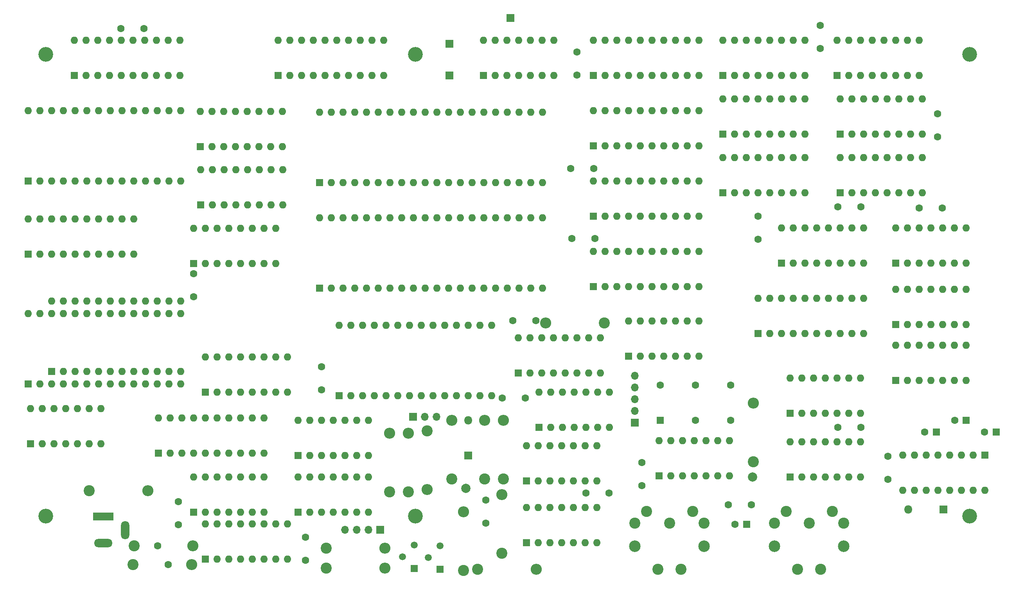
<source format=gbr>
%TF.GenerationSoftware,KiCad,Pcbnew,8.0.7-8.0.7-0~ubuntu22.04.1*%
%TF.CreationDate,2025-01-30T17:32:51+01:00*%
%TF.ProjectId,EVA1_production,45564131-5f70-4726-9f64-756374696f6e,rev?*%
%TF.SameCoordinates,Original*%
%TF.FileFunction,Soldermask,Bot*%
%TF.FilePolarity,Negative*%
%FSLAX46Y46*%
G04 Gerber Fmt 4.6, Leading zero omitted, Abs format (unit mm)*
G04 Created by KiCad (PCBNEW 8.0.7-8.0.7-0~ubuntu22.04.1) date 2025-01-30 17:32:51*
%MOMM*%
%LPD*%
G01*
G04 APERTURE LIST*
%ADD10R,1.700000X1.700000*%
%ADD11O,1.700000X1.700000*%
%ADD12R,1.600000X1.600000*%
%ADD13O,1.600000X1.600000*%
%ADD14C,1.600000*%
%ADD15C,3.200000*%
%ADD16C,2.400000*%
%ADD17O,2.400000X2.400000*%
%ADD18R,1.500000X1.500000*%
%ADD19C,1.500000*%
%ADD20C,2.500000*%
%ADD21R,4.400000X1.800000*%
%ADD22O,4.000000X1.800000*%
%ADD23O,1.800000X4.000000*%
%ADD24R,1.800000X1.800000*%
%ADD25O,1.800000X1.800000*%
%ADD26C,2.000000*%
G04 APERTURE END LIST*
D10*
%TO.C,J9*%
X102362000Y-133985000D03*
D11*
X99822000Y-133985000D03*
X97282000Y-133985000D03*
X94742000Y-133985000D03*
%TD*%
D12*
%TO.C,U26*%
X148556630Y-50800000D03*
D13*
X151096630Y-50800000D03*
X153636630Y-50800000D03*
X156176630Y-50800000D03*
X158716630Y-50800000D03*
X161256630Y-50800000D03*
X163796630Y-50800000D03*
X166336630Y-50800000D03*
X168876630Y-50800000D03*
X171416630Y-50800000D03*
X171416630Y-43180000D03*
X168876630Y-43180000D03*
X166336630Y-43180000D03*
X163796630Y-43180000D03*
X161256630Y-43180000D03*
X158716630Y-43180000D03*
X156176630Y-43180000D03*
X153636630Y-43180000D03*
X151096630Y-43180000D03*
X148556630Y-43180000D03*
%TD*%
D12*
%TO.C,U21*%
X132250000Y-100000000D03*
D13*
X134790000Y-100000000D03*
X137330000Y-100000000D03*
X139870000Y-100000000D03*
X142410000Y-100000000D03*
X144950000Y-100000000D03*
X147490000Y-100000000D03*
X150030000Y-100000000D03*
X150030000Y-92380000D03*
X147490000Y-92380000D03*
X144950000Y-92380000D03*
X142410000Y-92380000D03*
X139870000Y-92380000D03*
X137330000Y-92380000D03*
X134790000Y-92380000D03*
X132250000Y-92380000D03*
%TD*%
D12*
%TO.C,U31*%
X162750000Y-122250000D03*
D13*
X165290000Y-122250000D03*
X167830000Y-122250000D03*
X170370000Y-122250000D03*
X172910000Y-122250000D03*
X175450000Y-122250000D03*
X177990000Y-122250000D03*
X177990000Y-114630000D03*
X175450000Y-114630000D03*
X172910000Y-114630000D03*
X170370000Y-114630000D03*
X167830000Y-114630000D03*
X165290000Y-114630000D03*
X162750000Y-114630000D03*
%TD*%
D12*
%TO.C,U4*%
X26670000Y-115316000D03*
D13*
X29210000Y-115316000D03*
X31750000Y-115316000D03*
X34290000Y-115316000D03*
X36830000Y-115316000D03*
X39370000Y-115316000D03*
X41910000Y-115316000D03*
X41910000Y-107696000D03*
X39370000Y-107696000D03*
X36830000Y-107696000D03*
X34290000Y-107696000D03*
X31750000Y-107696000D03*
X29210000Y-107696000D03*
X26670000Y-107696000D03*
%TD*%
D12*
%TO.C,C23*%
X181705113Y-132750000D03*
D14*
X179205113Y-132750000D03*
%TD*%
D15*
%TO.C,H2*%
X110000000Y-31000000D03*
%TD*%
%TO.C,H4*%
X30000000Y-131000000D03*
%TD*%
D14*
%TO.C,C14*%
X151892000Y-125984000D03*
X146892000Y-125984000D03*
%TD*%
D16*
%TO.C,R3*%
X39370000Y-125476000D03*
D17*
X52070000Y-125476000D03*
%TD*%
D14*
%TO.C,C2*%
X56468000Y-141478000D03*
X61468000Y-141478000D03*
%TD*%
%TO.C,C15*%
X159004000Y-119380000D03*
X159004000Y-124380000D03*
%TD*%
D12*
%TO.C,U40*%
X201930000Y-48260000D03*
D13*
X204470000Y-48260000D03*
X207010000Y-48260000D03*
X209550000Y-48260000D03*
X212090000Y-48260000D03*
X214630000Y-48260000D03*
X217170000Y-48260000D03*
X219710000Y-48260000D03*
X219710000Y-40640000D03*
X217170000Y-40640000D03*
X214630000Y-40640000D03*
X212090000Y-40640000D03*
X209550000Y-40640000D03*
X207010000Y-40640000D03*
X204470000Y-40640000D03*
X201930000Y-40640000D03*
%TD*%
D12*
%TO.C,U36*%
X184150000Y-91440000D03*
D13*
X186690000Y-91440000D03*
X189230000Y-91440000D03*
X191770000Y-91440000D03*
X194310000Y-91440000D03*
X196850000Y-91440000D03*
X199390000Y-91440000D03*
X201930000Y-91440000D03*
X204470000Y-91440000D03*
X207010000Y-91440000D03*
X207010000Y-83820000D03*
X204470000Y-83820000D03*
X201930000Y-83820000D03*
X199390000Y-83820000D03*
X196850000Y-83820000D03*
X194310000Y-83820000D03*
X191770000Y-83820000D03*
X189230000Y-83820000D03*
X186690000Y-83820000D03*
X184150000Y-83820000D03*
%TD*%
D12*
%TO.C,U41*%
X201930000Y-60960000D03*
D13*
X204470000Y-60960000D03*
X207010000Y-60960000D03*
X209550000Y-60960000D03*
X212090000Y-60960000D03*
X214630000Y-60960000D03*
X217170000Y-60960000D03*
X219710000Y-60960000D03*
X219710000Y-53340000D03*
X217170000Y-53340000D03*
X214630000Y-53340000D03*
X212090000Y-53340000D03*
X209550000Y-53340000D03*
X207010000Y-53340000D03*
X204470000Y-53340000D03*
X201930000Y-53340000D03*
%TD*%
D16*
%TO.C,R10*%
X129032000Y-122936000D03*
D17*
X129032000Y-110236000D03*
%TD*%
D12*
%TO.C,U43*%
X213995000Y-89535000D03*
D13*
X216535000Y-89535000D03*
X219075000Y-89535000D03*
X221615000Y-89535000D03*
X224155000Y-89535000D03*
X226695000Y-89535000D03*
X229235000Y-89535000D03*
X229235000Y-81915000D03*
X226695000Y-81915000D03*
X224155000Y-81915000D03*
X221615000Y-81915000D03*
X219075000Y-81915000D03*
X216535000Y-81915000D03*
X213995000Y-81915000D03*
%TD*%
D16*
%TO.C,R4*%
X108458000Y-125730000D03*
D17*
X108458000Y-113030000D03*
%TD*%
D12*
%TO.C,Y2*%
X163000000Y-110250000D03*
D14*
X178240000Y-110250000D03*
X178240000Y-102630000D03*
X163000000Y-102630000D03*
%TD*%
%TO.C,C33*%
X223012000Y-48895000D03*
X223012000Y-43895000D03*
%TD*%
D12*
%TO.C,U22*%
X136750000Y-111750000D03*
D13*
X139290000Y-111750000D03*
X141830000Y-111750000D03*
X144370000Y-111750000D03*
X146910000Y-111750000D03*
X149450000Y-111750000D03*
X151990000Y-111750000D03*
X151990000Y-104130000D03*
X149450000Y-104130000D03*
X146910000Y-104130000D03*
X144370000Y-104130000D03*
X141830000Y-104130000D03*
X139290000Y-104130000D03*
X136750000Y-104130000D03*
%TD*%
D18*
%TO.C,Q3*%
X115316000Y-142494000D03*
D19*
X112776000Y-139954000D03*
X115316000Y-137414000D03*
%TD*%
D16*
%TO.C,R5*%
X90678000Y-142240000D03*
D17*
X103378000Y-142240000D03*
%TD*%
D14*
%TO.C,C5*%
X49182000Y-137414000D03*
X54182000Y-137414000D03*
%TD*%
D12*
%TO.C,U33*%
X176530000Y-48260000D03*
D13*
X179070000Y-48260000D03*
X181610000Y-48260000D03*
X184150000Y-48260000D03*
X186690000Y-48260000D03*
X189230000Y-48260000D03*
X191770000Y-48260000D03*
X194310000Y-48260000D03*
X194310000Y-40640000D03*
X191770000Y-40640000D03*
X189230000Y-40640000D03*
X186690000Y-40640000D03*
X184150000Y-40640000D03*
X181610000Y-40640000D03*
X179070000Y-40640000D03*
X176530000Y-40640000D03*
%TD*%
D14*
%TO.C,C29*%
X206462000Y-64008000D03*
X201462000Y-64008000D03*
%TD*%
D12*
%TO.C,U32*%
X176530000Y-35560000D03*
D13*
X179070000Y-35560000D03*
X181610000Y-35560000D03*
X184150000Y-35560000D03*
X186690000Y-35560000D03*
X189230000Y-35560000D03*
X191770000Y-35560000D03*
X194310000Y-35560000D03*
X194310000Y-27940000D03*
X191770000Y-27940000D03*
X189230000Y-27940000D03*
X186690000Y-27940000D03*
X184150000Y-27940000D03*
X181610000Y-27940000D03*
X179070000Y-27940000D03*
X176530000Y-27940000D03*
%TD*%
D14*
%TO.C,C25*%
X184150000Y-71040000D03*
X184150000Y-66040000D03*
%TD*%
D12*
%TO.C,U2*%
X26162000Y-74295000D03*
D13*
X28702000Y-74295000D03*
X31242000Y-74295000D03*
X33782000Y-74295000D03*
X36322000Y-74295000D03*
X38862000Y-74295000D03*
X41402000Y-74295000D03*
X43942000Y-74295000D03*
X46482000Y-74295000D03*
X49022000Y-74295000D03*
X49022000Y-66675000D03*
X46482000Y-66675000D03*
X43942000Y-66675000D03*
X41402000Y-66675000D03*
X38862000Y-66675000D03*
X36322000Y-66675000D03*
X33782000Y-66675000D03*
X31242000Y-66675000D03*
X28702000Y-66675000D03*
X26162000Y-66675000D03*
%TD*%
D12*
%TO.C,U38*%
X191135000Y-122555000D03*
D13*
X193675000Y-122555000D03*
X196215000Y-122555000D03*
X198755000Y-122555000D03*
X201295000Y-122555000D03*
X203835000Y-122555000D03*
X206375000Y-122555000D03*
X206375000Y-114935000D03*
X203835000Y-114935000D03*
X201295000Y-114935000D03*
X198755000Y-114935000D03*
X196215000Y-114935000D03*
X193675000Y-114935000D03*
X191135000Y-114935000D03*
%TD*%
D16*
%TO.C,R7*%
X104394000Y-125730000D03*
D17*
X104394000Y-113030000D03*
%TD*%
D12*
%TO.C,U35*%
X189230000Y-76200000D03*
D13*
X191770000Y-76200000D03*
X194310000Y-76200000D03*
X196850000Y-76200000D03*
X199390000Y-76200000D03*
X201930000Y-76200000D03*
X204470000Y-76200000D03*
X207010000Y-76200000D03*
X207010000Y-68580000D03*
X204470000Y-68580000D03*
X201930000Y-68580000D03*
X199390000Y-68580000D03*
X196850000Y-68580000D03*
X194310000Y-68580000D03*
X191770000Y-68580000D03*
X189230000Y-68580000D03*
%TD*%
D12*
%TO.C,U8*%
X61976000Y-76327000D03*
D13*
X64516000Y-76327000D03*
X67056000Y-76327000D03*
X69596000Y-76327000D03*
X72136000Y-76327000D03*
X74676000Y-76327000D03*
X77216000Y-76327000D03*
X79756000Y-76327000D03*
X79756000Y-68707000D03*
X77216000Y-68707000D03*
X74676000Y-68707000D03*
X72136000Y-68707000D03*
X69596000Y-68707000D03*
X67056000Y-68707000D03*
X64516000Y-68707000D03*
X61976000Y-68707000D03*
%TD*%
D12*
%TO.C,U44*%
X213995000Y-101600000D03*
D13*
X216535000Y-101600000D03*
X219075000Y-101600000D03*
X221615000Y-101600000D03*
X224155000Y-101600000D03*
X226695000Y-101600000D03*
X229235000Y-101600000D03*
X229235000Y-93980000D03*
X226695000Y-93980000D03*
X224155000Y-93980000D03*
X221615000Y-93980000D03*
X219075000Y-93980000D03*
X216535000Y-93980000D03*
X213995000Y-93980000D03*
%TD*%
D12*
%TO.C,U9*%
X26162000Y-102362000D03*
D13*
X28702000Y-102362000D03*
X31242000Y-102362000D03*
X33782000Y-102362000D03*
X36322000Y-102362000D03*
X38862000Y-102362000D03*
X41402000Y-102362000D03*
X43942000Y-102362000D03*
X46482000Y-102362000D03*
X49022000Y-102362000D03*
X51562000Y-102362000D03*
X54102000Y-102362000D03*
X56642000Y-102362000D03*
X59182000Y-102362000D03*
X59182000Y-87122000D03*
X56642000Y-87122000D03*
X54102000Y-87122000D03*
X51562000Y-87122000D03*
X49022000Y-87122000D03*
X46482000Y-87122000D03*
X43942000Y-87122000D03*
X41402000Y-87122000D03*
X38862000Y-87122000D03*
X36322000Y-87122000D03*
X33782000Y-87122000D03*
X31242000Y-87122000D03*
X28702000Y-87122000D03*
X26162000Y-87122000D03*
%TD*%
D10*
%TO.C,J2*%
X109474000Y-109474000D03*
D11*
X112014000Y-109474000D03*
X114554000Y-109474000D03*
%TD*%
D10*
%TO.C,J6*%
X117348000Y-28702000D03*
%TD*%
D12*
%TO.C,U6*%
X63441515Y-50975801D03*
D13*
X65981515Y-50975801D03*
X68521515Y-50975801D03*
X71061515Y-50975801D03*
X73601515Y-50975801D03*
X76141515Y-50975801D03*
X78681515Y-50975801D03*
X81221515Y-50975801D03*
X81221515Y-43355801D03*
X78681515Y-43355801D03*
X76141515Y-43355801D03*
X73601515Y-43355801D03*
X71061515Y-43355801D03*
X68521515Y-43355801D03*
X65981515Y-43355801D03*
X63441515Y-43355801D03*
%TD*%
D12*
%TO.C,U17*%
X93472000Y-104902000D03*
D13*
X96012000Y-104902000D03*
X98552000Y-104902000D03*
X101092000Y-104902000D03*
X103632000Y-104902000D03*
X106172000Y-104902000D03*
X108712000Y-104902000D03*
X111252000Y-104902000D03*
X113792000Y-104902000D03*
X116332000Y-104902000D03*
X118872000Y-104902000D03*
X121412000Y-104902000D03*
X123952000Y-104902000D03*
X126492000Y-104902000D03*
X126492000Y-89662000D03*
X123952000Y-89662000D03*
X121412000Y-89662000D03*
X118872000Y-89662000D03*
X116332000Y-89662000D03*
X113792000Y-89662000D03*
X111252000Y-89662000D03*
X108712000Y-89662000D03*
X106172000Y-89662000D03*
X103632000Y-89662000D03*
X101092000Y-89662000D03*
X98552000Y-89662000D03*
X96012000Y-89662000D03*
X93472000Y-89662000D03*
%TD*%
D14*
%TO.C,C1*%
X46228000Y-25400000D03*
X51228000Y-25400000D03*
%TD*%
%TO.C,C22*%
X182750000Y-128500000D03*
X177750000Y-128500000D03*
%TD*%
D20*
%TO.C,J5*%
X187750000Y-137500000D03*
X202750000Y-137500000D03*
D16*
X202750000Y-132500000D03*
X195250000Y-132500000D03*
X187750000Y-132500000D03*
X200250000Y-130000000D03*
X190250000Y-130000000D03*
X192750000Y-142500000D03*
X197750000Y-142500000D03*
%TD*%
%TO.C,R9*%
X124968000Y-122936000D03*
D17*
X124968000Y-110236000D03*
%TD*%
D12*
%TO.C,U10*%
X64516000Y-104140000D03*
D13*
X67056000Y-104140000D03*
X69596000Y-104140000D03*
X72136000Y-104140000D03*
X74676000Y-104140000D03*
X77216000Y-104140000D03*
X79756000Y-104140000D03*
X82296000Y-104140000D03*
X82296000Y-96520000D03*
X79756000Y-96520000D03*
X77216000Y-96520000D03*
X74676000Y-96520000D03*
X72136000Y-96520000D03*
X69596000Y-96520000D03*
X67056000Y-96520000D03*
X64516000Y-96520000D03*
%TD*%
D12*
%TO.C,U39*%
X201295000Y-35560000D03*
D13*
X203835000Y-35560000D03*
X206375000Y-35560000D03*
X208915000Y-35560000D03*
X211455000Y-35560000D03*
X213995000Y-35560000D03*
X216535000Y-35560000D03*
X219075000Y-35560000D03*
X219075000Y-27940000D03*
X216535000Y-27940000D03*
X213995000Y-27940000D03*
X211455000Y-27940000D03*
X208915000Y-27940000D03*
X206375000Y-27940000D03*
X203835000Y-27940000D03*
X201295000Y-27940000D03*
%TD*%
D15*
%TO.C,H3*%
X230000000Y-31000000D03*
%TD*%
D12*
%TO.C,U45*%
X54356000Y-117348000D03*
D13*
X56896000Y-117348000D03*
X59436000Y-117348000D03*
X61976000Y-117348000D03*
X64516000Y-117348000D03*
X67056000Y-117348000D03*
X69596000Y-117348000D03*
X72136000Y-117348000D03*
X74676000Y-117348000D03*
X77216000Y-117348000D03*
X77216000Y-109728000D03*
X74676000Y-109728000D03*
X72136000Y-109728000D03*
X69596000Y-109728000D03*
X67056000Y-109728000D03*
X64516000Y-109728000D03*
X61976000Y-109728000D03*
X59436000Y-109728000D03*
X56896000Y-109728000D03*
X54356000Y-109728000D03*
%TD*%
D21*
%TO.C,J8*%
X42418000Y-131064000D03*
D22*
X42418000Y-136864000D03*
D23*
X47218000Y-134064000D03*
%TD*%
D18*
%TO.C,Q2*%
X109728000Y-142367000D03*
D19*
X107188000Y-139827000D03*
X109728000Y-137287000D03*
%TD*%
D12*
%TO.C,U24*%
X134004998Y-136704998D03*
D13*
X136544998Y-136704998D03*
X139084998Y-136704998D03*
X141624998Y-136704998D03*
X144164998Y-136704998D03*
X146704998Y-136704998D03*
X149244998Y-136704998D03*
X149244998Y-129084998D03*
X146704998Y-129084998D03*
X144164998Y-129084998D03*
X141624998Y-129084998D03*
X139084998Y-129084998D03*
X136544998Y-129084998D03*
X134004998Y-129084998D03*
%TD*%
D12*
%TO.C,U42*%
X213995000Y-76200000D03*
D13*
X216535000Y-76200000D03*
X219075000Y-76200000D03*
X221615000Y-76200000D03*
X224155000Y-76200000D03*
X226695000Y-76200000D03*
X229235000Y-76200000D03*
X229235000Y-68580000D03*
X226695000Y-68580000D03*
X224155000Y-68580000D03*
X221615000Y-68580000D03*
X219075000Y-68580000D03*
X216535000Y-68580000D03*
X213995000Y-68580000D03*
%TD*%
D12*
%TO.C,U25*%
X148556630Y-35560000D03*
D13*
X151096630Y-35560000D03*
X153636630Y-35560000D03*
X156176630Y-35560000D03*
X158716630Y-35560000D03*
X161256630Y-35560000D03*
X163796630Y-35560000D03*
X166336630Y-35560000D03*
X168876630Y-35560000D03*
X171416630Y-35560000D03*
X171416630Y-27940000D03*
X168876630Y-27940000D03*
X166336630Y-27940000D03*
X163796630Y-27940000D03*
X161256630Y-27940000D03*
X158716630Y-27940000D03*
X156176630Y-27940000D03*
X153636630Y-27940000D03*
X151096630Y-27940000D03*
X148556630Y-27940000D03*
%TD*%
D14*
%TO.C,C8*%
X133818000Y-105410000D03*
X128818000Y-105410000D03*
%TD*%
D12*
%TO.C,U34*%
X176530000Y-60960000D03*
D13*
X179070000Y-60960000D03*
X181610000Y-60960000D03*
X184150000Y-60960000D03*
X186690000Y-60960000D03*
X189230000Y-60960000D03*
X191770000Y-60960000D03*
X194310000Y-60960000D03*
X194310000Y-53340000D03*
X191770000Y-53340000D03*
X189230000Y-53340000D03*
X186690000Y-53340000D03*
X184150000Y-53340000D03*
X181610000Y-53340000D03*
X179070000Y-53340000D03*
X176530000Y-53340000D03*
%TD*%
D24*
%TO.C,D2*%
X224282000Y-129540000D03*
D25*
X216662000Y-129540000D03*
%TD*%
D12*
%TO.C,U19*%
X84582000Y-130175000D03*
D13*
X87122000Y-130175000D03*
X89662000Y-130175000D03*
X92202000Y-130175000D03*
X94742000Y-130175000D03*
X97282000Y-130175000D03*
X99822000Y-130175000D03*
X99822000Y-122555000D03*
X97282000Y-122555000D03*
X94742000Y-122555000D03*
X92202000Y-122555000D03*
X89662000Y-122555000D03*
X87122000Y-122555000D03*
X84582000Y-122555000D03*
%TD*%
D14*
%TO.C,C27*%
X197612000Y-29718000D03*
X197612000Y-24718000D03*
%TD*%
D16*
%TO.C,R12*%
X120396000Y-142748000D03*
D17*
X120396000Y-130048000D03*
%TD*%
D14*
%TO.C,C11*%
X145000000Y-30500000D03*
X145000000Y-35500000D03*
%TD*%
D12*
%TO.C,U1*%
X26162000Y-58420000D03*
D13*
X28702000Y-58420000D03*
X31242000Y-58420000D03*
X33782000Y-58420000D03*
X36322000Y-58420000D03*
X38862000Y-58420000D03*
X41402000Y-58420000D03*
X43942000Y-58420000D03*
X46482000Y-58420000D03*
X49022000Y-58420000D03*
X51562000Y-58420000D03*
X54102000Y-58420000D03*
X56642000Y-58420000D03*
X59182000Y-58420000D03*
X59182000Y-43180000D03*
X56642000Y-43180000D03*
X54102000Y-43180000D03*
X51562000Y-43180000D03*
X49022000Y-43180000D03*
X46482000Y-43180000D03*
X43942000Y-43180000D03*
X41402000Y-43180000D03*
X38862000Y-43180000D03*
X36322000Y-43180000D03*
X33782000Y-43180000D03*
X31242000Y-43180000D03*
X28702000Y-43180000D03*
X26162000Y-43180000D03*
%TD*%
D14*
%TO.C,C4*%
X58674000Y-132842000D03*
X58674000Y-127842000D03*
%TD*%
%TO.C,C3*%
X61976000Y-78486000D03*
X61976000Y-83486000D03*
%TD*%
D15*
%TO.C,H6*%
X110000000Y-131000000D03*
%TD*%
D12*
%TO.C,U12*%
X61976000Y-130175000D03*
D13*
X64516000Y-130175000D03*
X67056000Y-130175000D03*
X69596000Y-130175000D03*
X72136000Y-130175000D03*
X74676000Y-130175000D03*
X77216000Y-130175000D03*
X77216000Y-122555000D03*
X74676000Y-122555000D03*
X72136000Y-122555000D03*
X69596000Y-122555000D03*
X67056000Y-122555000D03*
X64516000Y-122555000D03*
X61976000Y-122555000D03*
%TD*%
D12*
%TO.C,U28*%
X148556630Y-81280000D03*
D13*
X151096630Y-81280000D03*
X153636630Y-81280000D03*
X156176630Y-81280000D03*
X158716630Y-81280000D03*
X161256630Y-81280000D03*
X163796630Y-81280000D03*
X166336630Y-81280000D03*
X168876630Y-81280000D03*
X171416630Y-81280000D03*
X171416630Y-73660000D03*
X168876630Y-73660000D03*
X166336630Y-73660000D03*
X163796630Y-73660000D03*
X161256630Y-73660000D03*
X158716630Y-73660000D03*
X156176630Y-73660000D03*
X153636630Y-73660000D03*
X151096630Y-73660000D03*
X148556630Y-73660000D03*
%TD*%
D12*
%TO.C,U7*%
X63500000Y-63627000D03*
D13*
X66040000Y-63627000D03*
X68580000Y-63627000D03*
X71120000Y-63627000D03*
X73660000Y-63627000D03*
X76200000Y-63627000D03*
X78740000Y-63627000D03*
X81280000Y-63627000D03*
X81280000Y-56007000D03*
X78740000Y-56007000D03*
X76200000Y-56007000D03*
X73660000Y-56007000D03*
X71120000Y-56007000D03*
X68580000Y-56007000D03*
X66040000Y-56007000D03*
X63500000Y-56007000D03*
%TD*%
D16*
%TO.C,R1*%
X49102000Y-137414000D03*
D17*
X61802000Y-137414000D03*
%TD*%
D16*
%TO.C,R14*%
X128750000Y-139000000D03*
D17*
X128750000Y-126300000D03*
%TD*%
D12*
%TO.C,Y3*%
X162990849Y-110265099D03*
D14*
X170610849Y-110265099D03*
X170610849Y-102645099D03*
X162990849Y-102645099D03*
%TD*%
D12*
%TO.C,U27*%
X148556630Y-66040000D03*
D13*
X151096630Y-66040000D03*
X153636630Y-66040000D03*
X156176630Y-66040000D03*
X158716630Y-66040000D03*
X161256630Y-66040000D03*
X163796630Y-66040000D03*
X166336630Y-66040000D03*
X168876630Y-66040000D03*
X171416630Y-66040000D03*
X171416630Y-58420000D03*
X168876630Y-58420000D03*
X166336630Y-58420000D03*
X163796630Y-58420000D03*
X161256630Y-58420000D03*
X158716630Y-58420000D03*
X156176630Y-58420000D03*
X153636630Y-58420000D03*
X151096630Y-58420000D03*
X148556630Y-58420000D03*
%TD*%
D14*
%TO.C,C10*%
X125250000Y-127500000D03*
X125250000Y-132500000D03*
%TD*%
D24*
%TO.C,D1*%
X121412000Y-117856000D03*
D25*
X121412000Y-110236000D03*
%TD*%
D14*
%TO.C,C13*%
X148844000Y-70866000D03*
X143844000Y-70866000D03*
%TD*%
D12*
%TO.C,C18*%
X235712000Y-112776000D03*
D14*
X233212000Y-112776000D03*
%TD*%
D26*
%TO.C,TP1*%
X120904000Y-124968000D03*
%TD*%
D10*
%TO.C,J3*%
X157480000Y-110790000D03*
D11*
X157480000Y-108250000D03*
X157480000Y-105710000D03*
X157480000Y-103170000D03*
X157480000Y-100630000D03*
%TD*%
D16*
%TO.C,R15*%
X123500000Y-142500000D03*
D17*
X136200000Y-142500000D03*
%TD*%
D10*
%TO.C,J1*%
X130556000Y-23114000D03*
%TD*%
D16*
%TO.C,R8*%
X112522000Y-112522000D03*
D17*
X112522000Y-125222000D03*
%TD*%
D16*
%TO.C,R6*%
X90678000Y-137922000D03*
D17*
X103378000Y-137922000D03*
%TD*%
D14*
%TO.C,C9*%
X136104000Y-88646000D03*
X131104000Y-88646000D03*
%TD*%
D16*
%TO.C,R16*%
X117856000Y-122936000D03*
D17*
X117856000Y-110236000D03*
%TD*%
D26*
%TO.C,TP2*%
X183000000Y-122500000D03*
%TD*%
D12*
%TO.C,C16*%
X222758000Y-112776000D03*
D14*
X220258000Y-112776000D03*
%TD*%
%TO.C,C12*%
X148641630Y-55750000D03*
X143641630Y-55750000D03*
%TD*%
D12*
%TO.C,U14*%
X80264000Y-35560000D03*
D13*
X82804000Y-35560000D03*
X85344000Y-35560000D03*
X87884000Y-35560000D03*
X90424000Y-35560000D03*
X92964000Y-35560000D03*
X95504000Y-35560000D03*
X98044000Y-35560000D03*
X100584000Y-35560000D03*
X103124000Y-35560000D03*
X103124000Y-27940000D03*
X100584000Y-27940000D03*
X98044000Y-27940000D03*
X95504000Y-27940000D03*
X92964000Y-27940000D03*
X90424000Y-27940000D03*
X87884000Y-27940000D03*
X85344000Y-27940000D03*
X82804000Y-27940000D03*
X80264000Y-27940000D03*
%TD*%
D12*
%TO.C,U37*%
X191135000Y-108712000D03*
D13*
X193675000Y-108712000D03*
X196215000Y-108712000D03*
X198755000Y-108712000D03*
X201295000Y-108712000D03*
X203835000Y-108712000D03*
X206375000Y-108712000D03*
X206375000Y-101092000D03*
X203835000Y-101092000D03*
X201295000Y-101092000D03*
X198755000Y-101092000D03*
X196215000Y-101092000D03*
X193675000Y-101092000D03*
X191135000Y-101092000D03*
%TD*%
D14*
%TO.C,C6*%
X89662000Y-103632000D03*
X89662000Y-98632000D03*
%TD*%
D16*
%TO.C,R2*%
X48848000Y-141478000D03*
D17*
X61548000Y-141478000D03*
%TD*%
D16*
%TO.C,R11*%
X150876000Y-89154000D03*
D17*
X138176000Y-89154000D03*
%TD*%
D15*
%TO.C,H5*%
X230000000Y-131000000D03*
%TD*%
D14*
%TO.C,C31*%
X212250000Y-118000000D03*
X212250000Y-123000000D03*
%TD*%
D20*
%TO.C,J4*%
X157500000Y-137500000D03*
X172500000Y-137500000D03*
D16*
X172500000Y-132500000D03*
X165000000Y-132500000D03*
X157500000Y-132500000D03*
X170000000Y-130000000D03*
X160000000Y-130000000D03*
X162500000Y-142500000D03*
X167500000Y-142500000D03*
%TD*%
D12*
%TO.C,U23*%
X134004998Y-123369998D03*
D13*
X136544998Y-123369998D03*
X139084998Y-123369998D03*
X141624998Y-123369998D03*
X144164998Y-123369998D03*
X146704998Y-123369998D03*
X149244998Y-123369998D03*
X149244998Y-115749998D03*
X146704998Y-115749998D03*
X144164998Y-115749998D03*
X141624998Y-115749998D03*
X139084998Y-115749998D03*
X136544998Y-115749998D03*
X134004998Y-115749998D03*
%TD*%
D15*
%TO.C,H1*%
X30000000Y-31000000D03*
%TD*%
D14*
%TO.C,C34*%
X219075000Y-64262000D03*
X224075000Y-64262000D03*
%TD*%
%TO.C,C30*%
X201422000Y-111760000D03*
X206422000Y-111760000D03*
%TD*%
D12*
%TO.C,U20*%
X124714000Y-35560000D03*
D13*
X127254000Y-35560000D03*
X129794000Y-35560000D03*
X132334000Y-35560000D03*
X134874000Y-35560000D03*
X137414000Y-35560000D03*
X139954000Y-35560000D03*
X139954000Y-27940000D03*
X137414000Y-27940000D03*
X134874000Y-27940000D03*
X132334000Y-27940000D03*
X129794000Y-27940000D03*
X127254000Y-27940000D03*
X124714000Y-27940000D03*
%TD*%
D12*
%TO.C,U13*%
X64516000Y-140335000D03*
D13*
X67056000Y-140335000D03*
X69596000Y-140335000D03*
X72136000Y-140335000D03*
X74676000Y-140335000D03*
X77216000Y-140335000D03*
X79756000Y-140335000D03*
X82296000Y-140335000D03*
X82296000Y-132715000D03*
X79756000Y-132715000D03*
X77216000Y-132715000D03*
X74676000Y-132715000D03*
X72136000Y-132715000D03*
X69596000Y-132715000D03*
X67056000Y-132715000D03*
X64516000Y-132715000D03*
%TD*%
D12*
%TO.C,U5*%
X36195000Y-35560000D03*
D13*
X38735000Y-35560000D03*
X41275000Y-35560000D03*
X43815000Y-35560000D03*
X46355000Y-35560000D03*
X48895000Y-35560000D03*
X51435000Y-35560000D03*
X53975000Y-35560000D03*
X56515000Y-35560000D03*
X59055000Y-35560000D03*
X59055000Y-27940000D03*
X56515000Y-27940000D03*
X53975000Y-27940000D03*
X51435000Y-27940000D03*
X48895000Y-27940000D03*
X46355000Y-27940000D03*
X43815000Y-27940000D03*
X41275000Y-27940000D03*
X38735000Y-27940000D03*
X36195000Y-27940000D03*
%TD*%
D12*
%TO.C,U16*%
X89281000Y-81661000D03*
D13*
X91821000Y-81661000D03*
X94361000Y-81661000D03*
X96901000Y-81661000D03*
X99441000Y-81661000D03*
X101981000Y-81661000D03*
X104521000Y-81661000D03*
X107061000Y-81661000D03*
X109601000Y-81661000D03*
X112141000Y-81661000D03*
X114681000Y-81661000D03*
X117221000Y-81661000D03*
X119761000Y-81661000D03*
X122301000Y-81661000D03*
X124841000Y-81661000D03*
X127381000Y-81661000D03*
X129921000Y-81661000D03*
X132461000Y-81661000D03*
X135001000Y-81661000D03*
X137541000Y-81661000D03*
X137541000Y-66421000D03*
X135001000Y-66421000D03*
X132461000Y-66421000D03*
X129921000Y-66421000D03*
X127381000Y-66421000D03*
X124841000Y-66421000D03*
X122301000Y-66421000D03*
X119761000Y-66421000D03*
X117221000Y-66421000D03*
X114681000Y-66421000D03*
X112141000Y-66421000D03*
X109601000Y-66421000D03*
X107061000Y-66421000D03*
X104521000Y-66421000D03*
X101981000Y-66421000D03*
X99441000Y-66421000D03*
X96901000Y-66421000D03*
X94361000Y-66421000D03*
X91821000Y-66421000D03*
X89281000Y-66421000D03*
%TD*%
D12*
%TO.C,U29*%
X156176630Y-96360000D03*
D13*
X158716630Y-96360000D03*
X161256630Y-96360000D03*
X163796630Y-96360000D03*
X166336630Y-96360000D03*
X168876630Y-96360000D03*
X171416630Y-96360000D03*
X171416630Y-88740000D03*
X168876630Y-88740000D03*
X166336630Y-88740000D03*
X163796630Y-88740000D03*
X161256630Y-88740000D03*
X158716630Y-88740000D03*
X156176630Y-88740000D03*
%TD*%
D10*
%TO.C,J7*%
X117348000Y-35560000D03*
%TD*%
D12*
%TO.C,U18*%
X84582000Y-117856000D03*
D13*
X87122000Y-117856000D03*
X89662000Y-117856000D03*
X92202000Y-117856000D03*
X94742000Y-117856000D03*
X97282000Y-117856000D03*
X99822000Y-117856000D03*
X99822000Y-110236000D03*
X97282000Y-110236000D03*
X94742000Y-110236000D03*
X92202000Y-110236000D03*
X89662000Y-110236000D03*
X87122000Y-110236000D03*
X84582000Y-110236000D03*
%TD*%
D12*
%TO.C,C17*%
X229250000Y-110250000D03*
D14*
X226750000Y-110250000D03*
%TD*%
D12*
%TO.C,U15*%
X89281000Y-58801000D03*
D13*
X91821000Y-58801000D03*
X94361000Y-58801000D03*
X96901000Y-58801000D03*
X99441000Y-58801000D03*
X101981000Y-58801000D03*
X104521000Y-58801000D03*
X107061000Y-58801000D03*
X109601000Y-58801000D03*
X112141000Y-58801000D03*
X114681000Y-58801000D03*
X117221000Y-58801000D03*
X119761000Y-58801000D03*
X122301000Y-58801000D03*
X124841000Y-58801000D03*
X127381000Y-58801000D03*
X129921000Y-58801000D03*
X132461000Y-58801000D03*
X135001000Y-58801000D03*
X137541000Y-58801000D03*
X137541000Y-43561000D03*
X135001000Y-43561000D03*
X132461000Y-43561000D03*
X129921000Y-43561000D03*
X127381000Y-43561000D03*
X124841000Y-43561000D03*
X122301000Y-43561000D03*
X119761000Y-43561000D03*
X117221000Y-43561000D03*
X114681000Y-43561000D03*
X112141000Y-43561000D03*
X109601000Y-43561000D03*
X107061000Y-43561000D03*
X104521000Y-43561000D03*
X101981000Y-43561000D03*
X99441000Y-43561000D03*
X96901000Y-43561000D03*
X94361000Y-43561000D03*
X91821000Y-43561000D03*
X89281000Y-43561000D03*
%TD*%
D16*
%TO.C,R21*%
X183134000Y-119250000D03*
D17*
X183134000Y-106550000D03*
%TD*%
D14*
%TO.C,C7*%
X86233000Y-140589000D03*
X86233000Y-135589000D03*
%TD*%
D12*
%TO.C,U3*%
X31242000Y-99695000D03*
D13*
X33782000Y-99695000D03*
X36322000Y-99695000D03*
X38862000Y-99695000D03*
X41402000Y-99695000D03*
X43942000Y-99695000D03*
X46482000Y-99695000D03*
X49022000Y-99695000D03*
X51562000Y-99695000D03*
X54102000Y-99695000D03*
X56642000Y-99695000D03*
X59182000Y-99695000D03*
X59182000Y-84455000D03*
X56642000Y-84455000D03*
X54102000Y-84455000D03*
X51562000Y-84455000D03*
X49022000Y-84455000D03*
X46482000Y-84455000D03*
X43942000Y-84455000D03*
X41402000Y-84455000D03*
X38862000Y-84455000D03*
X36322000Y-84455000D03*
X33782000Y-84455000D03*
X31242000Y-84455000D03*
%TD*%
D12*
%TO.C,U30*%
X233250000Y-117750000D03*
D13*
X230710000Y-117750000D03*
X228170000Y-117750000D03*
X225630000Y-117750000D03*
X223090000Y-117750000D03*
X220550000Y-117750000D03*
X218010000Y-117750000D03*
X215470000Y-117750000D03*
X215470000Y-125370000D03*
X218010000Y-125370000D03*
X220550000Y-125370000D03*
X223090000Y-125370000D03*
X225630000Y-125370000D03*
X228170000Y-125370000D03*
X230710000Y-125370000D03*
X233250000Y-125370000D03*
%TD*%
M02*

</source>
